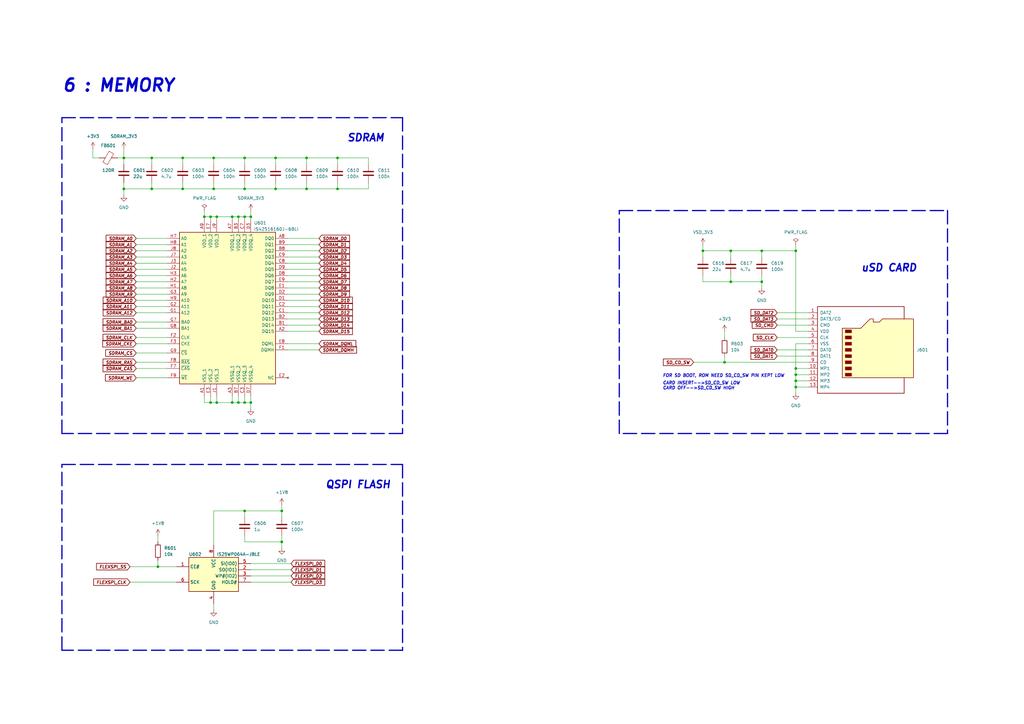
<source format=kicad_sch>
(kicad_sch (version 20211123) (generator eeschema)
  (paper "A3")
  (title_block (title "Memory") (date "2023-05-19") (rev "0") (company "Soundsom"))
  (lib_symbols
    (symbol "0402WGF1002TCE_1" (pin_numbers hide) (pin_names (offset 0))
      (property "Reference" "R" (at 2.032 0 90))
      (property "Value" "0402WGF1002TCE_1" (at 0 0 90))
      (symbol "0402WGF1002TCE_1_0_1"
        (rectangle (start -1.016 -2.54) (end 1.016 2.54) (stroke (width 0.254)))
      )
      (symbol "0402WGF1002TCE_1_1_1"
        (pin passive line (at 0 3.81 270) (length 1.27) (name "~") (number "1"))
        (pin passive line (at 0 -3.81 90) (length 1.27) (name "~") (number "2"))
      )
    )
    (symbol "CL05A475MP5NRNC_1" (pin_numbers hide) (pin_names (offset 0.254))
      (property "Reference" "C5" (at 3.81 1.2701 0))
      (property "Value" "CL05A475MP5NRNC_1" (at 3.81 -1.2699 0))
      (symbol "CL05A475MP5NRNC_1_0_1"
        (polyline (pts (xy -2.032 -0.762) (xy 2.032 -0.762)) (stroke (width 0.508)))
        (polyline (pts (xy -2.032 0.762) (xy 2.032 0.762)) (stroke (width 0.508)))
      )
      (symbol "CL05A475MP5NRNC_1_1_1"
        (pin passive line (at 0 3.81 270) (length 2.794) (name "~") (number "1"))
        (pin passive line (at 0 -3.81 90) (length 2.794) (name "~") (number "2"))
      )
    )
    (symbol "CL05B104KB54PNC_1" (pin_numbers hide) (pin_names (offset 0.254))
      (property "Reference" "C5" (at 3.81 1.2701 0))
      (property "Value" "CL05B104KB54PNC_1" (at 3.81 -1.2699 0))
      (symbol "CL05B104KB54PNC_1_0_1"
        (polyline (pts (xy -2.032 -0.762) (xy 2.032 -0.762)) (stroke (width 0.508)))
        (polyline (pts (xy -2.032 0.762) (xy 2.032 0.762)) (stroke (width 0.508)))
      )
      (symbol "CL05B104KB54PNC_1_1_1"
        (pin passive line (at 0 3.81 270) (length 2.794) (name "~") (number "1"))
        (pin passive line (at 0 -3.81 90) (length 2.794) (name "~") (number "2"))
      )
    )
    (symbol "MIMXRT1064 MCU Module:0402WGF1002TCE" (pin_numbers hide) (pin_names (offset 0))
      (property "Reference" "R" (at 2.032 0 90))
      (property "Value" "0402WGF1002TCE" (at 0 0 90))
      (symbol "0402WGF1002TCE_0_1"
        (rectangle (start -1.016 -2.54) (end 1.016 2.54) (stroke (width 0.254)))
      )
      (symbol "0402WGF1002TCE_1_1"
        (pin passive line (at 0 3.81 270) (length 1.27) (name "~") (number "1"))
        (pin passive line (at 0 -3.81 90) (length 1.27) (name "~") (number "2"))
      )
    )
    (symbol "MIMXRT1064 MCU Module:BLM18AG121SN1D" (pin_numbers hide) (pin_names (offset 0))
      (property "Reference" "FB1" (at -0.0508 5.08 90))
      (symbol "BLM18AG121SN1D_0_1"
        (polyline (pts (xy 0 -1.27) (xy 0 -1.2192)))
        (polyline (pts (xy 0 1.27) (xy 0 1.2954)))
        (polyline (pts (xy -2.7686 0.4064) (xy -1.7018 2.2606) (xy 2.7686 -0.3048) (xy 1.6764 -2.159) (xy -2.7686 0.4064)))
      )
      (symbol "BLM18AG121SN1D_1_1"
        (pin passive line (at 0 3.81 270) (length 2.54) (name "~") (number "1"))
        (pin passive line (at 0 -3.81 90) (length 2.54) (name "~") (number "2"))
      )
    )
    (symbol "MIMXRT1064 MCU Module:CL05A105KA5NQNC" (pin_numbers hide) (pin_names (offset 0.254))
      (property "Reference" "C5" (at 3.81 1.2701 0))
      (property "Value" "CL05A105KA5NQNC" (at 3.81 -1.2699 0))
      (symbol "CL05A105KA5NQNC_0_1"
        (polyline (pts (xy -2.032 -0.762) (xy 2.032 -0.762)) (stroke (width 0.508)))
        (polyline (pts (xy -2.032 0.762) (xy 2.032 0.762)) (stroke (width 0.508)))
      )
      (symbol "CL05A105KA5NQNC_1_1"
        (pin passive line (at 0 3.81 270) (length 2.794) (name "~") (number "1"))
        (pin passive line (at 0 -3.81 90) (length 2.794) (name "~") (number "2"))
      )
    )
    (symbol "MIMXRT1064 MCU Module:CL05A475MP5NRNC" (pin_numbers hide) (pin_names (offset 0.254))
      (property "Reference" "C5" (at 3.81 1.2701 0))
      (property "Value" "CL05A475MP5NRNC" (at 3.81 -1.2699 0))
      (symbol "CL05A475MP5NRNC_0_1"
        (polyline (pts (xy -2.032 -0.762) (xy 2.032 -0.762)) (stroke (width 0.508)))
        (polyline (pts (xy -2.032 0.762) (xy 2.032 0.762)) (stroke (width 0.508)))
      )
      (symbol "CL05A475MP5NRNC_1_1"
        (pin passive line (at 0 3.81 270) (length 2.794) (name "~") (number "1"))
        (pin passive line (at 0 -3.81 90) (length 2.794) (name "~") (number "2"))
      )
    )
    (symbol "MIMXRT1064 MCU Module:CL05B104KB54PNC" (pin_numbers hide) (pin_names (offset 0.254))
      (property "Reference" "C5" (at 3.81 1.2701 0))
      (property "Value" "CL05B104KB54PNC" (at 3.81 -1.2699 0))
      (symbol "CL05B104KB54PNC_0_1"
        (polyline (pts (xy -2.032 -0.762) (xy 2.032 -0.762)) (stroke (width 0.508)))
        (polyline (pts (xy -2.032 0.762) (xy 2.032 0.762)) (stroke (width 0.508)))
      )
      (symbol "CL05B104KB54PNC_1_1"
        (pin passive line (at 0 3.81 270) (length 2.794) (name "~") (number "1"))
        (pin passive line (at 0 -3.81 90) (length 2.794) (name "~") (number "2"))
      )
    )
    (symbol "MIMXRT1064 MCU Module:CL10A226MQ8NRNC" (pin_numbers hide) (pin_names (offset 0.254))
      (property "Reference" "C3" (at 1.27 2.54 0))
      (property "Value" "CL10A226MQ8NRNC" (at 1.27 -2.54 0))
      (symbol "CL10A226MQ8NRNC_0_1"
        (polyline (pts (xy -2.032 -0.762) (xy 2.032 -0.762)) (stroke (width 0.508)))
        (polyline (pts (xy -2.032 0.762) (xy 2.032 0.762)) (stroke (width 0.508)))
      )
      (symbol "CL10A226MQ8NRNC_1_1"
        (pin passive line (at 0 3.81 270) (length 2.794) (name "~") (number "1"))
        (pin passive line (at 0 -3.81 90) (length 2.794) (name "~") (number "2"))
      )
    )
    (symbol "MIMXRT1064 MCU Module:IS25WP064A-JBLE"
      (property "Value" "IS25WP064A-JBLE" (at 10.16 -8.89 0))
      (property "Reference_1" "IC" (at 11.43 11.43 0))
      (property "Value_1" "IS25WP064A-JBLE" (at 11.43 8.89 0))
      (symbol "IS25WP064A-JBLE_1_1"
        (rectangle (start -10.16 6.35) (end 10.16 -7.62) (stroke (width 0.254)) (fill (type background)))
        (pin passive line (at -15.24 2.54 0) (length 5.08) (name "CE#") (number "1"))
        (pin passive line (at 15.24 1.27 180) (length 5.08) (name "SO(IO1)") (number "2"))
        (pin passive line (at 15.24 -1.27 180) (length 5.08) (name "WP#(IO2)") (number "3"))
        (pin power_in line (at 0 -12.7 90) (length 5.08) (name "GND") (number "4"))
        (pin passive line (at 15.24 3.81 180) (length 5.08) (name "SI(IO0)") (number "5"))
        (pin passive line (at -15.24 -3.81 0) (length 5.08) (name "SCK") (number "6"))
        (pin passive line (at 15.24 -3.81 180) (length 5.08) (name "HOLD#") (number "7"))
        (pin power_in line (at 0 11.43 270) (length 5.08) (name "VCC") (number "8"))
      )
    )
    (symbol "MIMXRT1064 MCU Module:IS42S16160J-6BLI"
      (property "Value" "IS42S16160J-6BLI" (at -38.1 30.48 0))
      (property "Reference_1" "IC" (at 11.43 35.56 0))
      (property "Value_1" "IS42S16160J-6BLI" (at 11.43 33.02 0))
      (symbol "IS42S16160J-6BLI_1_1"
        (rectangle (start -20.32 30.48) (end 19.05 -31.75) (stroke (width 0.254)) (fill (type background)))
        (pin power_in line (at -10.16 -36.83 90) (length 5.08) (name "VSS_1") (number "A1"))
        (pin passive line (at 24.13 -10.16 180) (length 5.08) (name "DQ15") (number "A2"))
        (pin power_in line (at 1.27 -36.83 90) (length 5.08) (name "VSSQ_1") (number "A3"))
        (pin power_in line (at 1.27 35.56 270) (length 5.08) (name "VDDQ_1") (number "A7"))
        (pin passive line (at 24.13 27.94 180) (length 5.08) (name "DQ0") (number "A8"))
        (pin power_in line (at -10.16 35.56 270) (length 5.08) (name "VDD_1") (number "A9"))
        (pin passive line (at 24.13 -7.62 180) (length 5.08) (name "DQ14") (number "B1"))
        (pin passive line (at 24.13 -5.08 180) (length 5.08) (name "DQ13") (number "B2"))
        (pin power_in line (at 3.81 35.56 270) (length 5.08) (name "VDDQ_2") (number "B3"))
        (pin power_in line (at 3.81 -36.83 90) (length 5.08) (name "VSSQ_2") (number "B7"))
        (pin passive line (at 24.13 22.86 180) (length 5.08) (name "DQ2") (number "B8"))
        (pin passive line (at 24.13 25.4 180) (length 5.08) (name "DQ1") (number "B9"))
        (pin passive line (at 24.13 -2.54 180) (length 5.08) (name "DQ12") (number "C1"))
        (pin passive line (at 24.13 0 180) (length 5.08) (name "DQ11") (number "C2"))
        (pin power_in line (at 6.35 -36.83 90) (length 5.08) (name "VSSQ_3") (number "C3"))
        (pin power_in line (at 6.35 35.56 270) (length 5.08) (name "VDDQ_3") (number "C7"))
        (pin passive line (at 24.13 17.78 180) (length 5.08) (name "DQ4") (number "C8"))
        (pin passive line (at 24.13 20.32 180) (length 5.08) (name "DQ3") (number "C9"))
        (pin passive line (at 24.13 2.54 180) (length 5.08) (name "DQ10") (number "D1"))
        (pin passive line (at 24.13 5.08 180) (length 5.08) (name "DQ9") (number "D2"))
        (pin power_in line (at 8.89 35.56 270) (length 5.08) (name "VDDQ_4") (number "D3"))
        (pin power_in line (at 8.89 -36.83 90) (length 5.08) (name "VSSQ_4") (number "D7"))
        (pin passive line (at 24.13 12.7 180) (length 5.08) (name "DQ6") (number "D8"))
        (pin passive line (at 24.13 15.24 180) (length 5.08) (name "DQ5") (number "D9"))
        (pin passive line (at 24.13 7.62 180) (length 5.08) (name "DQ8") (number "E1"))
        (pin no_connect line (at 24.13 -29.21 180) (length 5.08) (name "NC") (number "E2"))
        (pin power_in line (at -7.62 -36.83 90) (length 5.08) (name "VSS_2") (number "E3"))
        (pin power_in line (at -7.62 35.56 270) (length 5.08) (name "VDD_2") (number "E7"))
        (pin passive line (at 24.13 -15.24 180) (length 5.08) (name "DQML") (number "E8"))
        (pin passive line (at 24.13 10.16 180) (length 5.08) (name "DQ7") (number "E9"))
        (pin passive line (at 24.13 -17.78 180) (length 5.08) (name "DQMH") (number "F1"))
        (pin passive line (at -25.4 -12.7 0) (length 5.08) (name "CLK") (number "F2"))
        (pin passive line (at -25.4 -15.24 0) (length 5.08) (name "CKE") (number "F3"))
        (pin passive line (at -25.4 -25.4 0) (length 5.08) (name "~{CAS}") (number "F7"))
        (pin passive line (at -25.4 -22.86 0) (length 5.08) (name "~{RAS}") (number "F8"))
        (pin passive line (at -25.4 -29.21 0) (length 5.08) (name "~{WE}") (number "F9"))
        (pin passive line (at -25.4 -2.54 0) (length 5.08) (name "A12") (number "G1"))
        (pin passive line (at -25.4 0 0) (length 5.08) (name "A11") (number "G2"))
        (pin passive line (at -25.4 5.08 0) (length 5.08) (name "A9") (number "G3"))
        (pin passive line (at -25.4 -6.35 0) (length 5.08) (name "BA0") (number "G7"))
        (pin passive line (at -25.4 -8.89 0) (length 5.08) (name "BA1") (number "G8"))
        (pin passive line (at -25.4 -19.05 0) (length 5.08) (name "~{CS}") (number "G9"))
        (pin passive line (at -25.4 7.62 0) (length 5.08) (name "A8") (number "H1"))
        (pin passive line (at -25.4 10.16 0) (length 5.08) (name "A7") (number "H2"))
        (pin passive line (at -25.4 12.7 0) (length 5.08) (name "A6") (number "H3"))
        (pin passive line (at -25.4 27.94 0) (length 5.08) (name "A0") (number "H7"))
        (pin passive line (at -25.4 25.4 0) (length 5.08) (name "A1") (number "H8"))
        (pin passive line (at -25.4 2.54 0) (length 5.08) (name "A10") (number "H9"))
        (pin power_in line (at -5.08 -36.83 90) (length 5.08) (name "VSS_3") (number "J1"))
        (pin passive line (at -25.4 15.24 0) (length 5.08) (name "A5") (number "J2"))
        (pin passive line (at -25.4 17.78 0) (length 5.08) (name "A4") (number "J3"))
        (pin passive line (at -25.4 20.32 0) (length 5.08) (name "A3") (number "J7"))
        (pin passive line (at -25.4 22.86 0) (length 5.08) (name "A2") (number "J8"))
        (pin power_in line (at -5.08 35.56 270) (length 5.08) (name "VDD_3") (number "J9"))
      )
    )
    (symbol "MIMXRT1064 MCU Module:SDRAM_3V3" (power) (pin_names (offset 0))
      (property "Value" "SDRAM_3V3" (at 0 3.556 0))
      (symbol "SDRAM_3V3_0_1"
        (polyline (pts (xy -0.762 1.27) (xy 0 2.54)))
        (polyline (pts (xy 0 0) (xy 0 2.54)))
        (polyline (pts (xy 0 2.54) (xy 0.762 1.27)))
      )
      (symbol "SDRAM_3V3_1_1"
        (pin power_in line (at 0 0 90) (length 0) hide (name "SDRAM_3V3") (number "1"))
      )
    )
    (symbol "MIMXRT1064 MCU Module:TF-15x15" (pin_names (offset 1.016))
      (property "Reference" "J2" (at 12.7 19.05 0))
      (symbol "TF-15x15_0_1"
        (rectangle (start -8.89 -9.525) (end -6.35 -10.795) (fill (type outline)))
        (rectangle (start -8.89 -6.985) (end -6.35 -8.255) (fill (type outline)))
        (rectangle (start -8.89 -4.445) (end -6.35 -5.715) (fill (type outline)))
        (rectangle (start -8.89 -1.905) (end -6.35 -3.175) (fill (type outline)))
        (rectangle (start -8.89 0.635) (end -6.35 -0.635) (fill (type outline)))
        (rectangle (start -8.89 3.175) (end -6.35 1.905) (fill (type outline)))
        (rectangle (start -8.89 5.715) (end -6.35 4.445) (fill (type outline)))
        (rectangle (start -8.89 8.255) (end -6.35 6.985) (fill (type outline)))
        (polyline (pts (xy 15.24 12.7) (xy 15.24 17.78) (xy -20.32 17.78) (xy -20.32 -17.78) (xy 15.24 -17.78) (xy 15.24 -11.43)) (stroke (width 0.254)))
        (polyline (pts (xy -10.16 -11.43) (xy -10.16 8.89) (xy -2.54 8.89) (xy 1.27 12.7) (xy 2.54 12.7) (xy 2.54 11.43) (xy 5.08 11.43) (xy 6.35 12.7) (xy 19.05 12.7) (xy 19.05 -11.43) (xy -10.16 -11.43)) (stroke (width 0.254)) (fill (type background)))
      )
      (symbol "TF-15x15_1_1"
        (pin bidirectional line (at -24.13 15.24 0) (length 3.81) (name "DAT2") (number "1"))
        (pin passive line (at -24.13 -7.62 0) (length 3.81) (name "MP1") (number "10"))
        (pin passive line (at -24.13 -10.16 0) (length 3.81) (name "MP2") (number "11"))
        (pin passive line (at -24.13 -12.7 0) (length 3.81) (name "MP3") (number "12"))
        (pin passive line (at -24.13 -15.24 0) (length 3.81) (name "MP4") (number "13"))
        (pin bidirectional line (at -24.13 12.7 0) (length 3.81) (name "DAT3/CD") (number "2"))
        (pin input line (at -24.13 10.16 0) (length 3.81) (name "CMD") (number "3"))
        (pin power_in line (at -24.13 7.62 0) (length 3.81) (name "VDD") (number "4"))
        (pin input line (at -24.13 5.08 0) (length 3.81) (name "CLK") (number "5"))
        (pin power_in line (at -24.13 2.54 0) (length 3.81) (name "VSS") (number "6"))
        (pin bidirectional line (at -24.13 0 0) (length 3.81) (name "DAT0") (number "7"))
        (pin bidirectional line (at -24.13 -2.54 0) (length 3.81) (name "DAT1") (number "8"))
        (pin passive line (at -24.13 -5.08 0) (length 3.81) (name "CD") (number "9"))
      )
    )
    (symbol "MIMXRT1064 MCU Module:VSD_3V3" (power) (pin_names (offset 0))
      (property "Value" "VSD_3V3" (at 0 3.556 0))
      (symbol "VSD_3V3_0_1"
        (polyline (pts (xy -0.762 1.27) (xy 0 2.54)))
        (polyline (pts (xy 0 0) (xy 0 2.54)))
        (polyline (pts (xy 0 2.54) (xy 0.762 1.27)))
      )
      (symbol "VSD_3V3_1_1"
        (pin power_in line (at 0 0 90) (length 0) hide (name "VSD_3V3") (number "1"))
      )
    )
    (symbol "power:+1V8" (power) (pin_names (offset 0))
      (property "Value" "+1V8" (at 0 3.556 0))
      (symbol "+1V8_0_1"
        (polyline (pts (xy -0.762 1.27) (xy 0 2.54)))
        (polyline (pts (xy 0 0) (xy 0 2.54)))
        (polyline (pts (xy 0 2.54) (xy 0.762 1.27)))
      )
      (symbol "+1V8_1_1"
        (pin power_in line (at 0 0 90) (length 0) hide (name "+1V8") (number "1"))
      )
    )
    (symbol "power:+3V3" (power) (pin_names (offset 0))
      (property "Value" "+3V3" (at 0 3.556 0))
      (symbol "+3V3_0_1"
        (polyline (pts (xy -0.762 1.27) (xy 0 2.54)))
        (polyline (pts (xy 0 0) (xy 0 2.54)))
        (polyline (pts (xy 0 2.54) (xy 0.762 1.27)))
      )
      (symbol "+3V3_1_1"
        (pin power_in line (at 0 0 90) (length 0) hide (name "+3V3") (number "1"))
      )
    )
    (symbol "power:GND" (power) (pin_names (offset 0))
      (property "Value" "GND" (at 0 -3.81 0))
      (symbol "GND_0_1"
        (polyline (pts (xy 0 0) (xy 0 -1.27) (xy 1.27 -1.27) (xy 0 -2.54) (xy -1.27 -1.27) (xy 0 -1.27)))
      )
      (symbol "GND_1_1"
        (pin power_in line (at 0 0 270) (length 0) hide (name "GND") (number "1"))
      )
    )
    (symbol "power:PWR_FLAG" (power) (pin_numbers hide) (pin_names (offset 0) hide)
      (property "Value" "PWR_FLAG" (at 0 3.81 0))
      (symbol "PWR_FLAG_0_0"
        (pin power_out line (at 0 0 90) (length 0) (name "pwr") (number "1"))
      )
      (symbol "PWR_FLAG_0_1"
        (polyline (pts (xy 0 0) (xy 0 1.27) (xy -1.016 1.905) (xy 0 2.54) (xy 1.016 1.905) (xy 0 1.27)))
      )
    )
  )
  (junction (at 288.29 102.87))
  (junction (at 125.73 64.77))
  (junction (at 102.87 88.9))
  (junction (at 115.57 222.25))
  (junction (at 74.93 77.47))
  (junction (at 95.25 165.1))
  (junction (at 87.63 77.47))
  (junction (at 62.23 77.47))
  (junction (at 74.93 64.77))
  (junction (at 88.9 88.9))
  (junction (at 64.77 232.41))
  (junction (at 326.39 153.67))
  (junction (at 97.79 165.1))
  (junction (at 326.39 156.21))
  (junction (at 312.42 115.57))
  (junction (at 102.87 165.1))
  (junction (at 326.39 151.13))
  (junction (at 62.23 64.77))
  (junction (at 86.36 88.9))
  (junction (at 87.63 64.77))
  (junction (at 100.33 77.47))
  (junction (at 326.39 158.75))
  (junction (at 299.72 115.57))
  (junction (at 138.43 77.47))
  (junction (at 297.18 148.59))
  (junction (at 113.03 77.47))
  (junction (at 326.39 102.87))
  (junction (at 95.25 88.9))
  (junction (at 50.8 77.47))
  (junction (at 125.73 77.47))
  (junction (at 50.8 64.77))
  (junction (at 100.33 64.77))
  (junction (at 100.33 209.55))
  (junction (at 312.42 102.87))
  (junction (at 299.72 102.87))
  (junction (at 138.43 64.77))
  (junction (at 115.57 209.55))
  (junction (at 97.79 88.9))
  (junction (at 88.9 165.1))
  (junction (at 100.33 165.1))
  (junction (at 83.82 88.9))
  (junction (at 113.03 64.77))
  (junction (at 86.36 165.1))
  (junction (at 100.33 88.9))
  (wire (pts (xy 97.79 88.9) (xy 100.33 88.9)))
  (wire (pts (xy 100.33 209.55) (xy 100.33 212.09)))
  (wire (pts (xy 95.25 88.9) (xy 95.25 90.17)))
  (wire (pts (xy 318.77 138.43) (xy 331.47 138.43)))
  (wire (pts (xy 74.93 77.47) (xy 62.23 77.47)))
  (wire (pts (xy 297.18 135.89) (xy 297.18 138.43)))
  (wire (pts (xy 55.88 100.33) (xy 68.58 100.33)))
  (wire (pts (xy 50.8 60.96) (xy 50.8 64.77)))
  (wire (pts (xy 95.25 88.9) (xy 97.79 88.9)))
  (wire (pts (xy 48.26 64.77) (xy 50.8 64.77)))
  (wire (pts (xy 100.33 222.25) (xy 115.57 222.25)))
  (wire (pts (xy 87.63 77.47) (xy 87.63 74.93)))
  (wire (pts (xy 62.23 64.77) (xy 74.93 64.77)))
  (wire (pts (xy 102.87 236.22) (xy 119.38 236.22)))
  (wire (pts (xy 55.88 140.97) (xy 68.58 140.97)))
  (polyline (pts (xy 254 177.8) (xy 254 86.36)) (stroke (width 0.5)))
  (wire (pts (xy 55.88 115.57) (xy 68.58 115.57)))
  (wire (pts (xy 40.64 64.77) (xy 38.1 64.77)))
  (wire (pts (xy 97.79 88.9) (xy 97.79 90.17)))
  (wire (pts (xy 102.87 238.76) (xy 119.38 238.76)))
  (wire (pts (xy 87.63 64.77) (xy 87.63 67.31)))
  (wire (pts (xy 299.72 113.03) (xy 299.72 115.57)))
  (wire (pts (xy 100.33 88.9) (xy 100.33 90.17)))
  (polyline (pts (xy 165.1 266.7) (xy 25.4 266.7)) (stroke (width 0.5)))
  (wire (pts (xy 118.11 110.49) (xy 130.81 110.49)))
  (polyline (pts (xy 25.4 48.26) (xy 165.1 48.26)) (stroke (width 0.5)))
  (wire (pts (xy 125.73 77.47) (xy 113.03 77.47)))
  (wire (pts (xy 55.88 144.78) (xy 68.58 144.78)))
  (wire (pts (xy 55.88 102.87) (xy 68.58 102.87)))
  (wire (pts (xy 102.87 165.1) (xy 102.87 167.64)))
  (wire (pts (xy 64.77 219.71) (xy 64.77 222.25)))
  (wire (pts (xy 100.33 77.47) (xy 100.33 74.93)))
  (wire (pts (xy 55.88 125.73) (xy 68.58 125.73)))
  (wire (pts (xy 64.77 232.41) (xy 64.77 229.87)))
  (wire (pts (xy 74.93 64.77) (xy 87.63 64.77)))
  (wire (pts (xy 55.88 138.43) (xy 68.58 138.43)))
  (wire (pts (xy 83.82 86.36) (xy 83.82 88.9)))
  (wire (pts (xy 138.43 77.47) (xy 125.73 77.47)))
  (wire (pts (xy 100.33 209.55) (xy 115.57 209.55)))
  (wire (pts (xy 86.36 162.56) (xy 86.36 165.1)))
  (wire (pts (xy 318.77 146.05) (xy 331.47 146.05)))
  (wire (pts (xy 55.88 118.11) (xy 68.58 118.11)))
  (wire (pts (xy 312.42 113.03) (xy 312.42 115.57)))
  (wire (pts (xy 97.79 165.1) (xy 100.33 165.1)))
  (wire (pts (xy 100.33 222.25) (xy 100.33 219.71)))
  (wire (pts (xy 74.93 64.77) (xy 74.93 67.31)))
  (wire (pts (xy 88.9 88.9) (xy 95.25 88.9)))
  (wire (pts (xy 88.9 88.9) (xy 88.9 90.17)))
  (wire (pts (xy 53.34 238.76) (xy 72.39 238.76)))
  (wire (pts (xy 118.11 135.89) (xy 130.81 135.89)))
  (wire (pts (xy 331.47 140.97) (xy 326.39 140.97)))
  (wire (pts (xy 97.79 162.56) (xy 97.79 165.1)))
  (wire (pts (xy 55.88 154.94) (xy 68.58 154.94)))
  (polyline (pts (xy 25.4 266.7) (xy 25.4 190.5)) (stroke (width 0.5)))
  (wire (pts (xy 83.82 90.17) (xy 83.82 88.9)))
  (wire (pts (xy 113.03 77.47) (xy 113.03 74.93)))
  (wire (pts (xy 326.39 153.67) (xy 331.47 153.67)))
  (wire (pts (xy 102.87 86.36) (xy 102.87 88.9)))
  (wire (pts (xy 118.11 120.65) (xy 130.81 120.65)))
  (wire (pts (xy 118.11 100.33) (xy 130.81 100.33)))
  (wire (pts (xy 318.77 128.27) (xy 331.47 128.27)))
  (polyline (pts (xy 165.1 48.26) (xy 165.1 177.8)) (stroke (width 0.5)))
  (wire (pts (xy 55.88 148.59) (xy 68.58 148.59)))
  (wire (pts (xy 83.82 88.9) (xy 86.36 88.9)))
  (wire (pts (xy 331.47 135.89) (xy 326.39 135.89)))
  (wire (pts (xy 138.43 64.77) (xy 151.13 64.77)))
  (wire (pts (xy 326.39 153.67) (xy 326.39 156.21)))
  (wire (pts (xy 297.18 146.05) (xy 297.18 148.59)))
  (wire (pts (xy 318.77 133.35) (xy 331.47 133.35)))
  (wire (pts (xy 102.87 233.68) (xy 119.38 233.68)))
  (wire (pts (xy 53.34 232.41) (xy 64.77 232.41)))
  (wire (pts (xy 118.11 97.79) (xy 130.81 97.79)))
  (wire (pts (xy 87.63 64.77) (xy 100.33 64.77)))
  (wire (pts (xy 125.73 77.47) (xy 125.73 74.93)))
  (wire (pts (xy 86.36 88.9) (xy 86.36 90.17)))
  (wire (pts (xy 326.39 140.97) (xy 326.39 151.13)))
  (wire (pts (xy 88.9 165.1) (xy 95.25 165.1)))
  (wire (pts (xy 312.42 115.57) (xy 312.42 118.11)))
  (wire (pts (xy 113.03 64.77) (xy 113.03 67.31)))
  (polyline (pts (xy 25.4 177.8) (xy 25.4 48.26)) (stroke (width 0.5)))
  (wire (pts (xy 151.13 77.47) (xy 138.43 77.47)))
  (wire (pts (xy 62.23 64.77) (xy 62.23 67.31)))
  (wire (pts (xy 118.11 130.81) (xy 130.81 130.81)))
  (wire (pts (xy 326.39 158.75) (xy 326.39 161.29)))
  (wire (pts (xy 55.88 134.62) (xy 68.58 134.62)))
  (wire (pts (xy 55.88 110.49) (xy 68.58 110.49)))
  (wire (pts (xy 118.11 115.57) (xy 130.81 115.57)))
  (wire (pts (xy 50.8 64.77) (xy 50.8 67.31)))
  (wire (pts (xy 113.03 64.77) (xy 125.73 64.77)))
  (wire (pts (xy 95.25 165.1) (xy 97.79 165.1)))
  (wire (pts (xy 115.57 222.25) (xy 115.57 224.79)))
  (wire (pts (xy 95.25 162.56) (xy 95.25 165.1)))
  (wire (pts (xy 55.88 123.19) (xy 68.58 123.19)))
  (wire (pts (xy 326.39 158.75) (xy 331.47 158.75)))
  (wire (pts (xy 151.13 74.93) (xy 151.13 77.47)))
  (wire (pts (xy 138.43 64.77) (xy 138.43 67.31)))
  (wire (pts (xy 74.93 77.47) (xy 74.93 74.93)))
  (wire (pts (xy 326.39 100.33) (xy 326.39 102.87)))
  (wire (pts (xy 102.87 162.56) (xy 102.87 165.1)))
  (polyline (pts (xy 25.4 190.5) (xy 165.1 190.5)) (stroke (width 0.5)))
  (polyline (pts (xy 388.62 177.8) (xy 254 177.8)) (stroke (width 0.5)))
  (wire (pts (xy 55.88 132.08) (xy 68.58 132.08)))
  (wire (pts (xy 318.77 130.81) (xy 331.47 130.81)))
  (wire (pts (xy 288.29 102.87) (xy 299.72 102.87)))
  (wire (pts (xy 118.11 143.51) (xy 130.81 143.51)))
  (wire (pts (xy 115.57 219.71) (xy 115.57 222.25)))
  (wire (pts (xy 87.63 77.47) (xy 74.93 77.47)))
  (wire (pts (xy 284.48 148.59) (xy 297.18 148.59)))
  (polyline (pts (xy 165.1 190.5) (xy 165.1 266.7)) (stroke (width 0.5)))
  (wire (pts (xy 55.88 105.41) (xy 68.58 105.41)))
  (wire (pts (xy 125.73 64.77) (xy 125.73 67.31)))
  (wire (pts (xy 55.88 97.79) (xy 68.58 97.79)))
  (wire (pts (xy 55.88 107.95) (xy 68.58 107.95)))
  (wire (pts (xy 288.29 113.03) (xy 288.29 115.57)))
  (wire (pts (xy 118.11 140.97) (xy 130.81 140.97)))
  (wire (pts (xy 118.11 125.73) (xy 130.81 125.73)))
  (wire (pts (xy 297.18 148.59) (xy 331.47 148.59)))
  (wire (pts (xy 50.8 77.47) (xy 50.8 74.93)))
  (wire (pts (xy 100.33 77.47) (xy 87.63 77.47)))
  (wire (pts (xy 100.33 64.77) (xy 100.33 67.31)))
  (wire (pts (xy 118.11 107.95) (xy 130.81 107.95)))
  (wire (pts (xy 50.8 77.47) (xy 50.8 80.01)))
  (polyline (pts (xy 254 86.36) (xy 388.62 86.36)) (stroke (width 0.5)))
  (wire (pts (xy 100.33 64.77) (xy 113.03 64.77)))
  (wire (pts (xy 288.29 102.87) (xy 288.29 105.41)))
  (wire (pts (xy 118.11 128.27) (xy 130.81 128.27)))
  (wire (pts (xy 83.82 162.56) (xy 83.82 165.1)))
  (wire (pts (xy 72.39 232.41) (xy 64.77 232.41)))
  (wire (pts (xy 299.72 102.87) (xy 299.72 105.41)))
  (wire (pts (xy 326.39 151.13) (xy 331.47 151.13)))
  (wire (pts (xy 55.88 113.03) (xy 68.58 113.03)))
  (polyline (pts (xy 165.1 177.8) (xy 25.4 177.8)) (stroke (width 0.5)))
  (wire (pts (xy 118.11 105.41) (xy 130.81 105.41)))
  (wire (pts (xy 125.73 64.77) (xy 138.43 64.77)))
  (wire (pts (xy 288.29 100.33) (xy 288.29 102.87)))
  (wire (pts (xy 118.11 118.11) (xy 130.81 118.11)))
  (wire (pts (xy 87.63 247.65) (xy 87.63 250.19)))
  (wire (pts (xy 299.72 115.57) (xy 312.42 115.57)))
  (wire (pts (xy 86.36 165.1) (xy 88.9 165.1)))
  (wire (pts (xy 50.8 64.77) (xy 62.23 64.77)))
  (wire (pts (xy 326.39 151.13) (xy 326.39 153.67)))
  (wire (pts (xy 100.33 162.56) (xy 100.33 165.1)))
  (wire (pts (xy 88.9 162.56) (xy 88.9 165.1)))
  (wire (pts (xy 102.87 88.9) (xy 102.87 90.17)))
  (wire (pts (xy 55.88 151.13) (xy 68.58 151.13)))
  (wire (pts (xy 326.39 102.87) (xy 312.42 102.87)))
  (wire (pts (xy 87.63 209.55) (xy 100.33 209.55)))
  (wire (pts (xy 38.1 64.77) (xy 38.1 60.96)))
  (wire (pts (xy 113.03 77.47) (xy 100.33 77.47)))
  (wire (pts (xy 299.72 102.87) (xy 312.42 102.87)))
  (wire (pts (xy 115.57 212.09) (xy 115.57 209.55)))
  (wire (pts (xy 55.88 128.27) (xy 68.58 128.27)))
  (wire (pts (xy 118.11 102.87) (xy 130.81 102.87)))
  (wire (pts (xy 62.23 77.47) (xy 50.8 77.47)))
  (wire (pts (xy 87.63 223.52) (xy 87.63 209.55)))
  (wire (pts (xy 326.39 102.87) (xy 326.39 135.89)))
  (wire (pts (xy 102.87 231.14) (xy 119.38 231.14)))
  (wire (pts (xy 62.23 77.47) (xy 62.23 74.93)))
  (wire (pts (xy 326.39 156.21) (xy 326.39 158.75)))
  (wire (pts (xy 100.33 88.9) (xy 102.87 88.9)))
  (wire (pts (xy 118.11 113.03) (xy 130.81 113.03)))
  (wire (pts (xy 118.11 123.19) (xy 130.81 123.19)))
  (wire (pts (xy 326.39 156.21) (xy 331.47 156.21)))
  (wire (pts (xy 318.77 143.51) (xy 331.47 143.51)))
  (polyline (pts (xy 388.62 86.36) (xy 388.62 177.8)) (stroke (width 0.5)))
  (wire (pts (xy 138.43 77.47) (xy 138.43 74.93)))
  (wire (pts (xy 288.29 115.57) (xy 299.72 115.57)))
  (wire (pts (xy 83.82 165.1) (xy 86.36 165.1)))
  (wire (pts (xy 118.11 133.35) (xy 130.81 133.35)))
  (wire (pts (xy 115.57 207.01) (xy 115.57 209.55)))
  (wire (pts (xy 151.13 64.77) (xy 151.13 67.31)))
  (wire (pts (xy 86.36 88.9) (xy 88.9 88.9)))
  (wire (pts (xy 100.33 165.1) (xy 102.87 165.1)))
  (wire (pts (xy 55.88 120.65) (xy 68.58 120.65)))
  (wire (pts (xy 312.42 105.41) (xy 312.42 102.87)))
  (text "QSPI FLASH" (at 133.35 200.66 0) (effects (font (size 3 3) bold italic) (justify left bottom)))
  (text "FOR SD BOOT, ROM NEED SD_CD_SW PIN KEPT LOW" (at 271.78 154.94 0) (effects (font (size 1.27 1.27) bold italic) (justify left bottom)))
  (text "6 : MEMORY " (at 25.4 38.1 0) (effects (font (size 5 5) (thickness 1) bold italic) (justify left bottom)))
  (text "SDRAM" (at 142.24 58.42 0) (effects (font (size 3 3) bold italic) (justify left bottom)))
  (text "uSD CARD" (at 353.06 111.76 0) (effects (font (size 3 3) bold italic) (justify left bottom)))
  (text "CARD INSERT-->SD_CD_SW LOW\nCARD OFF-->SD_CD_SW HIGH" (at 271.78 160.02 0) (effects (font (size 1.27 1.27) bold italic) (justify left bottom)))
  (global_label "SDRAM_D13" (shape input) (at 130.81 130.81 0) (effects (font (thickness 0.254) bold italic)) (property "Intersheet References" "${INTERSHEET_REFS}" (effects hide)))
  (global_label "SD_DAT2" (shape input) (at 318.77 128.27 180) (effects (font (thickness 0.254) bold italic)) (property "Intersheet References" "${INTERSHEET_REFS}" (effects hide)))
  (global_label "SDRAM_DQMH" (shape input) (at 130.81 143.51 0) (effects (font (thickness 0.254) bold italic)) (property "Intersheet References" "${INTERSHEET_REFS}" (effects hide)))
  (global_label "SDRAM_CLK" (shape input) (at 55.88 138.43 180) (effects (font (thickness 0.254) bold italic)) (property "Intersheet References" "${INTERSHEET_REFS}" (effects hide)))
  (global_label "SDRAM_D8" (shape input) (at 130.81 118.11 0) (effects (font (thickness 0.254) bold italic)) (property "Intersheet References" "${INTERSHEET_REFS}" (effects hide)))
  (global_label "SDRAM_CKE" (shape input) (at 55.88 140.97 180) (effects (font (thickness 0.254) bold italic)) (property "Intersheet References" "${INTERSHEET_REFS}" (effects hide)))
  (global_label "SDRAM_D0" (shape input) (at 130.81 97.79 0) (effects (font (thickness 0.254) bold italic)) (property "Intersheet References" "${INTERSHEET_REFS}" (effects hide)))
  (global_label "SDRAM_CAS" (shape input) (at 55.88 151.13 180) (effects (font (thickness 0.254) bold italic)) (property "Intersheet References" "${INTERSHEET_REFS}" (effects hide)))
  (global_label "SDRAM_D4" (shape input) (at 130.81 107.95 0) (effects (font (thickness 0.254) bold italic)) (property "Intersheet References" "${INTERSHEET_REFS}" (effects hide)))
  (global_label "FLEXSPI_D1" (shape input) (at 119.38 233.68 0) (effects (font (thickness 0.254) bold italic)) (property "Intersheet References" "${INTERSHEET_REFS}" (effects hide)))
  (global_label "SDRAM_D7" (shape input) (at 130.81 115.57 0) (effects (font (thickness 0.254) bold italic)) (property "Intersheet References" "${INTERSHEET_REFS}" (effects hide)))
  (global_label "SD_DAT0" (shape input) (at 318.77 143.51 180) (effects (font (thickness 0.254) bold italic)) (property "Intersheet References" "${INTERSHEET_REFS}" (effects hide)))
  (global_label "SDRAM_D6" (shape input) (at 130.81 113.03 0) (effects (font (thickness 0.254) bold italic)) (property "Intersheet References" "${INTERSHEET_REFS}" (effects hide)))
  (global_label "SDRAM_BA1" (shape input) (at 55.88 134.62 180) (effects (font (thickness 0.254) bold italic)) (property "Intersheet References" "${INTERSHEET_REFS}" (effects hide)))
  (global_label "SD_CLK" (shape input) (at 318.77 138.43 180) (effects (font (thickness 0.254) bold italic)) (property "Intersheet References" "${INTERSHEET_REFS}" (effects hide)))
  (global_label "FLEXSPI_CLK" (shape input) (at 53.34 238.76 180) (effects (font (thickness 0.254) bold italic)) (property "Intersheet References" "${INTERSHEET_REFS}" (effects hide)))
  (global_label "SDRAM_D9" (shape input) (at 130.81 120.65 0) (effects (font (thickness 0.254) bold italic)) (property "Intersheet References" "${INTERSHEET_REFS}" (effects hide)))
  (global_label "FLEXSPI_D0" (shape input) (at 119.38 231.14 0) (effects (font (thickness 0.254) bold italic)) (property "Intersheet References" "${INTERSHEET_REFS}" (effects hide)))
  (global_label "SDRAM_CS" (shape input) (at 55.88 144.78 180) (effects (font (thickness 0.254) bold italic)) (property "Intersheet References" "${INTERSHEET_REFS}" (effects hide)))
  (global_label "SDRAM_D11" (shape input) (at 130.81 125.73 0) (effects (font (thickness 0.254) bold italic)) (property "Intersheet References" "${INTERSHEET_REFS}" (effects hide)))
  (global_label "SDRAM_D3" (shape input) (at 130.81 105.41 0) (effects (font (thickness 0.254) bold italic)) (property "Intersheet References" "${INTERSHEET_REFS}" (effects hide)))
  (global_label "SDRAM_A11" (shape input) (at 55.88 125.73 180) (effects (font (thickness 0.254) bold italic)) (property "Intersheet References" "${INTERSHEET_REFS}" (effects hide)))
  (global_label "SDRAM_D5" (shape input) (at 130.81 110.49 0) (effects (font (thickness 0.254) bold italic)) (property "Intersheet References" "${INTERSHEET_REFS}" (effects hide)))
  (global_label "SDRAM_RAS" (shape input) (at 55.88 148.59 180) (effects (font (thickness 0.254) bold italic)) (property "Intersheet References" "${INTERSHEET_REFS}" (effects hide)))
  (global_label "SD_DAT3" (shape input) (at 318.77 130.81 180) (effects (font (thickness 0.254) bold italic)) (property "Intersheet References" "${INTERSHEET_REFS}" (effects hide)))
  (global_label "SDRAM_WE" (shape input) (at 55.88 154.94 180) (effects (font (thickness 0.254) bold italic)) (property "Intersheet References" "${INTERSHEET_REFS}" (effects hide)))
  (global_label "SDRAM_A0" (shape input) (at 55.88 97.79 180) (effects (font (thickness 0.254) bold italic)) (property "Intersheet References" "${INTERSHEET_REFS}" (effects hide)))
  (global_label "SDRAM_A1" (shape input) (at 55.88 100.33 180) (effects (font (thickness 0.254) bold italic)) (property "Intersheet References" "${INTERSHEET_REFS}" (effects hide)))
  (global_label "SDRAM_A3" (shape input) (at 55.88 105.41 180) (effects (font (thickness 0.254) bold italic)) (property "Intersheet References" "${INTERSHEET_REFS}" (effects hide)))
  (global_label "SDRAM_A12" (shape input) (at 55.88 128.27 180) (effects (font (thickness 0.254) bold italic)) (property "Intersheet References" "${INTERSHEET_REFS}" (effects hide)))
  (global_label "SDRAM_A9" (shape input) (at 55.88 120.65 180) (effects (font (thickness 0.254) bold italic)) (property "Intersheet References" "${INTERSHEET_REFS}" (effects hide)))
  (global_label "SDRAM_A4" (shape input) (at 55.88 107.95 180) (effects (font (thickness 0.254) bold italic)) (property "Intersheet References" "${INTERSHEET_REFS}" (effects hide)))
  (global_label "SDRAM_D15" (shape input) (at 130.81 135.89 0) (effects (font (thickness 0.254) bold italic)) (property "Intersheet References" "${INTERSHEET_REFS}" (effects hide)))
  (global_label "SD_DAT1" (shape input) (at 318.77 146.05 180) (effects (font (thickness 0.254) bold italic)) (property "Intersheet References" "${INTERSHEET_REFS}" (effects hide)))
  (global_label "SD_CMD" (shape input) (at 318.77 133.35 180) (effects (font (thickness 0.254) bold italic)) (property "Intersheet References" "${INTERSHEET_REFS}" (effects hide)))
  (global_label "SDRAM_D1" (shape input) (at 130.81 100.33 0) (effects (font (thickness 0.254) bold italic)) (property "Intersheet References" "${INTERSHEET_REFS}" (effects hide)))
  (global_label "SDRAM_A2" (shape input) (at 55.88 102.87 180) (effects (font (thickness 0.254) bold italic)) (property "Intersheet References" "${INTERSHEET_REFS}" (effects hide)))
  (global_label "FLEXSPI_SS" (shape input) (at 53.34 232.41 180) (effects (font (thickness 0.254) bold italic)) (property "Intersheet References" "${INTERSHEET_REFS}" (effects hide)))
  (global_label "SDRAM_D2" (shape input) (at 130.81 102.87 0) (effects (font (thickness 0.254) bold italic)) (property "Intersheet References" "${INTERSHEET_REFS}" (effects hide)))
  (global_label "SDRAM_A7" (shape input) (at 55.88 115.57 180) (effects (font (thickness 0.254) bold italic)) (property "Intersheet References" "${INTERSHEET_REFS}" (effects hide)))
  (global_label "SDRAM_A10" (shape input) (at 55.88 123.19 180) (effects (font (thickness 0.254) bold italic)) (property "Intersheet References" "${INTERSHEET_REFS}" (effects hide)))
  (global_label "SD_CD_SW" (shape input) (at 284.48 148.59 180) (effects (font bold italic)) (property "Intersheet References" "${INTERSHEET_REFS}" (effects hide)))
  (global_label "SDRAM_BA0" (shape input) (at 55.88 132.08 180) (effects (font (thickness 0.254) bold italic)) (property "Intersheet References" "${INTERSHEET_REFS}" (effects hide)))
  (global_label "FLEXSPI_D3" (shape input) (at 119.38 238.76 0) (effects (font (thickness 0.254) bold italic)) (property "Intersheet References" "${INTERSHEET_REFS}" (effects hide)))
  (global_label "SDRAM_D10" (shape input) (at 130.81 123.19 0) (effects (font (thickness 0.254) bold italic)) (property "Intersheet References" "${INTERSHEET_REFS}" (effects hide)))
  (global_label "SDRAM_A6" (shape input) (at 55.88 113.03 180) (effects (font (thickness 0.254) bold italic)) (property "Intersheet References" "${INTERSHEET_REFS}" (effects hide)))
  (global_label "SDRAM_A8" (shape input) (at 55.88 118.11 180) (effects (font (thickness 0.254) bold italic)) (property "Intersheet References" "${INTERSHEET_REFS}" (effects hide)))
  (global_label "FLEXSPI_D2" (shape input) (at 119.38 236.22 0) (effects (font (thickness 0.254) bold italic)) (property "Intersheet References" "${INTERSHEET_REFS}" (effects hide)))
  (global_label "SDRAM_D12" (shape input) (at 130.81 128.27 0) (effects (font (thickness 0.254) bold italic)) (property "Intersheet References" "${INTERSHEET_REFS}" (effects hide)))
  (global_label "SDRAM_DQML" (shape input) (at 130.81 140.97 0) (effects (font (thickness 0.254) bold italic)) (property "Intersheet References" "${INTERSHEET_REFS}" (effects hide)))
  (global_label "SDRAM_D14" (shape input) (at 130.81 133.35 0) (effects (font (thickness 0.254) bold italic)) (property "Intersheet References" "${INTERSHEET_REFS}" (effects hide)))
  (global_label "SDRAM_A5" (shape input) (at 55.88 110.49 180) (effects (font (thickness 0.254) bold italic)) (property "Intersheet References" "${INTERSHEET_REFS}" (effects hide)))
  (symbol (lib_id "MIMXRT1064 MCU Module:CL05B104KB54PNC") (at 113.03 71.12 0) (unit 1)
    (property "Reference" "C608" (at 116.84 69.8499 0) (effects (justify left)))
    (property "Value" "100n" (at 116.84 72.3899 0) (effects (justify left)))
    (property "Footprint" "MIMXRT1064 MCU Module:0402_CL05B104KB54PNC" (effects hide))
  )
  (symbol (lib_id "MIMXRT1064 MCU Module:CL05B104KB54PNC") (at 115.57 215.9 0) (unit 1)
    (property "Reference" "C607" (at 119.38 214.6299 0) (effects (justify left)))
    (property "Value" "100n" (at 119.38 217.1699 0) (effects (justify left)))
    (property "Footprint" "MIMXRT1064 MCU Module:0402_CL05B104KB54PNC" (effects hide))
  )
  (symbol (lib_id "power:GND") (at 115.57 224.79 0) (unit 1)
    (property "Reference" "#PWR0609" (effects hide))
    (property "Value" "GND" (at 115.57 229.87 0))
  )
  (symbol (lib_id "MIMXRT1064 MCU Module:CL05B104KB54PNC") (at 151.13 71.12 0) (unit 1)
    (property "Reference" "C611" (at 154.94 69.8499 0) (effects (justify left)))
    (property "Value" "100n" (at 154.94 72.3899 0) (effects (justify left)))
    (property "Footprint" "MIMXRT1064 MCU Module:0402_CL05B104KB54PNC" (effects hide))
  )
  (symbol (lib_name "CL05B104KB54PNC_1") (lib_id "MIMXRT1064 MCU Module:CL05B104KB54PNC") (at 312.42 109.22 0) (unit 1)
    (property "Reference" "C619" (at 316.23 107.9499 0) (effects (justify left)))
    (property "Value" "100n" (at 316.23 110.4899 0) (effects (justify left)))
    (property "Footprint" "MIMXRT1064 MCU Module:0402_CL05B104KB54PNC" (effects hide))
  )
  (symbol (lib_id "power:GND") (at 50.8 80.01 0) (unit 1)
    (property "Reference" "#PWR0603" (effects hide))
    (property "Value" "GND" (at 50.8 85.09 0))
  )
  (symbol (lib_id "MIMXRT1064 MCU Module:CL05A105KA5NQNC") (at 100.33 215.9 0) (unit 1)
    (property "Reference" "C606" (at 104.14 214.6299 0) (effects (justify left)))
    (property "Value" "1u" (at 104.14 217.1699 0) (effects (justify left)))
    (property "Footprint" "MIMXRT1064 MCU Module:0402_CL05A105KA5NQNC" (effects hide))
  )
  (symbol (lib_id "MIMXRT1064 MCU Module:CL05B104KB54PNC") (at 74.93 71.12 0) (unit 1)
    (property "Reference" "C603" (at 78.74 69.8499 0) (effects (justify left)))
    (property "Value" "100n" (at 78.74 72.3899 0) (effects (justify left)))
    (property "Footprint" "MIMXRT1064 MCU Module:0402_CL05B104KB54PNC" (effects hide))
  )
  (symbol (lib_id "MIMXRT1064 MCU Module:CL10A226MQ8NRNC") (at 50.8 71.12 0) (unit 1)
    (property "Reference" "C601" (at 54.61 69.8499 0) (effects (justify left)))
    (property "Value" "22u" (at 54.61 72.3899 0) (effects (justify left)))
    (property "Footprint" "MIMXRT1064 MCU Module:0603_CL10A226MQ8NRNC" (effects hide))
  )
  (symbol (lib_id "MIMXRT1064 MCU Module:CL05B104KB54PNC") (at 87.63 71.12 0) (unit 1)
    (property "Reference" "C604" (at 91.44 69.8499 0) (effects (justify left)))
    (property "Value" "100n" (at 91.44 72.3899 0) (effects (justify left)))
    (property "Footprint" "MIMXRT1064 MCU Module:0402_CL05B104KB54PNC" (effects hide))
  )
  (symbol (lib_id "MIMXRT1064 MCU Module:CL05B104KB54PNC") (at 100.33 71.12 0) (unit 1)
    (property "Reference" "C605" (at 104.14 69.8499 0) (effects (justify left)))
    (property "Value" "100n" (at 104.14 72.3899 0) (effects (justify left)))
    (property "Footprint" "MIMXRT1064 MCU Module:0402_CL05B104KB54PNC" (effects hide))
  )
  (symbol (lib_id "power:PWR_FLAG") (at 326.39 100.33 0) (unit 1)
    (property "Reference" "#FLG0603" (effects hide))
    (property "Value" "PWR_FLAG" (at 326.39 95.25 0))
  )
  (symbol (lib_name "0402WGF1002TCE_1") (lib_id "MIMXRT1064 MCU Module:0402WGF1002TCE") (at 64.77 226.06 0) (unit 1)
    (property "Reference" "R601" (at 67.31 224.7899 0) (effects (justify left)))
    (property "Value" "10k" (at 67.31 227.3299 0) (effects (justify left)))
    (property "Footprint" "MIMXRT1064 MCU Module:0402WGF1002TCE" (effects hide))
  )
  (symbol (lib_id "power:+3V3") (at 38.1 60.96 0) (unit 1)
    (property "Reference" "#PWR0601" (effects hide))
    (property "Value" "+3V3" (at 38.1 55.88 0))
  )
  (symbol (lib_id "MIMXRT1064 MCU Module:SDRAM_3V3") (at 50.8 60.96 0) (unit 1)
    (property "Reference" "#PWR0602" (effects hide))
    (property "Value" "SDRAM_3V3" (at 50.8 55.88 0))
  )
  (symbol (lib_id "MIMXRT1064 MCU Module:TF-15x15") (at 355.6 143.51 0) (unit 1)
    (property "Reference" "J601" (at 375.92 143.5099 0) (effects (justify left)))
    (property "Value" "TF-15x15" (effects hide))
    (property "Footprint" "MIMXRT1064 MCU Module:TF-15x15_smd" (effects hide))
    (property "Datasheet" "http://katalog.we-online.de/em/datasheet/693072010801.pdf" (effects hide))
  )
  (symbol (lib_id "MIMXRT1064 MCU Module:IS42S16160J-6BLI") (at 93.98 125.73 0) (unit 1)
    (property "Reference" "U601" (at 104.14 91.44 0) (effects (justify left)))
    (property "Value" "IS42S16160J-6BLI" (at 104.14 93.98 0) (effects (justify left)))
    (property "Footprint" "MIMXRT1064 MCU Module:IS42S16160J-6BLI" (effects hide))
    (property "Reference_1" "IC" (effects hide))
    (property "Value_1" "IS42S16160J-6BLI" (effects hide))
    (property "Footprint_1" "BGA54C80P9X9_800X800X120" (effects hide))
    (property "Datasheet_1" "http://www.issi.com/WW/pdf/42-45S83200J-16160J.pdf" (effects hide))
    (property "Height" "1.2" (effects hide))
    (property "Manufacturer_Name" "Integrated Silicon Solution Inc." (effects hide))
    (property "Manufacturer_Part_Number" "IS42S16160J-6BLI" (effects hide))
    (property "Mouser Part Number" "870-42S16160J6BLI" (effects hide))
    (property "Mouser Price/Stock" "https://www.mouser.co.uk/ProductDetail/ISSI/IS42S16160J-6BLI?qs=bHq4TaS7gBeegvGnUO%252BBjw%3D%3D" (effects hide))
    (property "Arrow Part Number" "IS42S16160J-6BLI" (effects hide))
    (property "Arrow Price/Stock" "https://www.arrow.com/en/products/is42s16160j-6bli/integrated-silicon-solution-inc?region=nac" (effects hide))
  )
  (symbol (lib_id "power:PWR_FLAG") (at 83.82 86.36 0) (unit 1)
    (property "Reference" "#FLG0601" (effects hide))
    (property "Value" "PWR_FLAG" (at 83.82 81.28 0))
  )
  (symbol (lib_id "MIMXRT1064 MCU Module:CL05B104KB54PNC") (at 125.73 71.12 0) (unit 1)
    (property "Reference" "C609" (at 129.54 69.8499 0) (effects (justify left)))
    (property "Value" "100n" (at 129.54 72.3899 0) (effects (justify left)))
    (property "Footprint" "MIMXRT1064 MCU Module:0402_CL05B104KB54PNC" (effects hide))
  )
  (symbol (lib_id "MIMXRT1064 MCU Module:IS25WP064A-JBLE") (at 87.63 234.95 0) (unit 1)
    (property "Reference" "U602" (at 77.47 227.33 0) (effects (justify left)))
    (property "Value" "IS25WP064A-JBLE" (at 88.9 227.33 0) (effects (justify left)))
    (property "Footprint" "MIMXRT1064 MCU Module:IS25WP064A-JBLE" (effects hide))
    (property "Reference_1" "IC" (effects hide))
    (property "Value_1" "IS25WP064A-JBLE" (effects hide))
    (property "Footprint_1" "SOIC127P790X216-8N" (effects hide))
    (property "Datasheet_1" "https://www.arrow.com/en/products/is25wp064a-jble/integrated-silicon-solution-inc" (effects hide))
    (property "Height" "2.16" (effects hide))
    (property "Manufacturer_Name" "Integrated Silicon Solution Inc." (effects hide))
    (property "Manufacturer_Part_Number" "IS25WP064A-JBLE" (effects hide))
    (property "Mouser Part Number" "870-IS25WP064A-JBLE" (effects hide))
    (property "Mouser Price/Stock" "https://www.mouser.co.uk/ProductDetail/ISSI/IS25WP064A-JBLE?qs=TO8kDJPmCBR51kXJGmljCw%3D%3D" (effects hide))
    (property "Arrow Part Number" "IS25WP064A-JBLE" (effects hide))
    (property "Arrow Price/Stock" "https://www.arrow.com/en/products/is25wp064a-jble/integrated-silicon-solution-inc" (effects hide))
  )
  (symbol (lib_id "power:GND") (at 102.87 167.64 0) (unit 1)
    (property "Reference" "#PWR0607" (effects hide))
    (property "Value" "GND" (at 102.87 172.72 0))
  )
  (symbol (lib_id "power:GND") (at 326.39 161.29 0) (unit 1)
    (property "Reference" "#PWR0619" (effects hide))
    (property "Value" "GND" (at 326.39 166.37 0))
  )
  (symbol (lib_id "MIMXRT1064 MCU Module:VSD_3V3") (at 288.29 100.33 0) (unit 1)
    (property "Reference" "#PWR0610" (effects hide))
    (property "Value" "VSD_3V3" (at 288.29 95.25 0))
  )
  (symbol (lib_id "MIMXRT1064 MCU Module:CL10A226MQ8NRNC") (at 288.29 109.22 0) (unit 1)
    (property "Reference" "C616" (at 292.1 107.9499 0) (effects (justify left)))
    (property "Value" "22u" (at 292.1 110.4899 0) (effects (justify left)))
    (property "Footprint" "MIMXRT1064 MCU Module:0603_CL10A226MQ8NRNC" (effects hide))
  )
  (symbol (lib_id "power:+1V8") (at 64.77 219.71 0) (unit 1)
    (property "Reference" "#PWR0604" (effects hide))
    (property "Value" "+1V8" (at 64.77 214.63 0))
  )
  (symbol (lib_id "MIMXRT1064 MCU Module:0402WGF1002TCE") (at 297.18 142.24 0) (unit 1)
    (property "Reference" "R603" (at 299.72 140.9699 0) (effects (justify left)))
    (property "Value" "10k" (at 299.72 143.5099 0) (effects (justify left)))
    (property "Footprint" "MIMXRT1064 MCU Module:0402WGF1002TCE" (effects hide))
  )
  (symbol (lib_id "MIMXRT1064 MCU Module:SDRAM_3V3") (at 102.87 86.36 0) (unit 1)
    (property "Reference" "#PWR0606" (effects hide))
    (property "Value" "SDRAM_3V3" (at 102.87 81.28 0))
  )
  (symbol (lib_id "MIMXRT1064 MCU Module:CL05A475MP5NRNC") (at 299.72 109.22 0) (unit 1)
    (property "Reference" "C617" (at 303.53 107.9499 0) (effects (justify left)))
    (property "Value" "4.7u" (at 303.53 110.4899 0) (effects (justify left)))
    (property "Footprint" "MIMXRT1064 MCU Module:0402_CL05A475MP5NRNC" (effects hide))
  )
  (symbol (lib_name "CL05A475MP5NRNC_1") (lib_id "MIMXRT1064 MCU Module:CL05A475MP5NRNC") (at 62.23 71.12 0) (unit 1)
    (property "Reference" "C602" (at 66.04 69.8499 0) (effects (justify left)))
    (property "Value" "4.7u" (at 66.04 72.3899 0) (effects (justify left)))
    (property "Footprint" "MIMXRT1064 MCU Module:0402_CL05A475MP5NRNC" (effects hide))
  )
  (symbol (lib_id "power:+3V3") (at 297.18 135.89 0) (unit 1)
    (property "Reference" "#PWR0616" (effects hide))
    (property "Value" "+3V3" (at 297.18 130.81 0))
  )
  (symbol (lib_id "MIMXRT1064 MCU Module:BLM18AG121SN1D") (at 44.45 64.77 90) (unit 1)
    (property "Reference" "FB601" (at 44.3992 59.69 90))
    (property "Value" "120R" (at 44.45 69.85 90))
    (property "Footprint" "MIMXRT1064 MCU Module:0603_BLM18AG121SN1D" (effects hide))
  )
  (symbol (lib_id "MIMXRT1064 MCU Module:CL05B104KB54PNC") (at 138.43 71.12 0) (unit 1)
    (property "Reference" "C610" (at 142.24 69.8499 0) (effects (justify left)))
    (property "Value" "100n" (at 142.24 72.3899 0) (effects (justify left)))
    (property "Footprint" "MIMXRT1064 MCU Module:0402_CL05B104KB54PNC" (effects hide))
  )
  (symbol (lib_id "power:GND") (at 312.42 118.11 0) (unit 1)
    (property "Reference" "#PWR0617" (effects hide))
    (property "Value" "GND" (at 312.42 123.19 0))
  )
  (symbol (lib_id "power:GND") (at 87.63 250.19 0) (unit 1)
    (property "Reference" "#PWR0605" (effects hide))
    (property "Value" "GND" (at 87.63 255.27 0))
  )
  (symbol (lib_id "power:+1V8") (at 115.57 207.01 0) (unit 1)
    (property "Reference" "#PWR0608" (effects hide))
    (property "Value" "+1V8" (at 115.57 201.93 0))
  )
)
</source>
